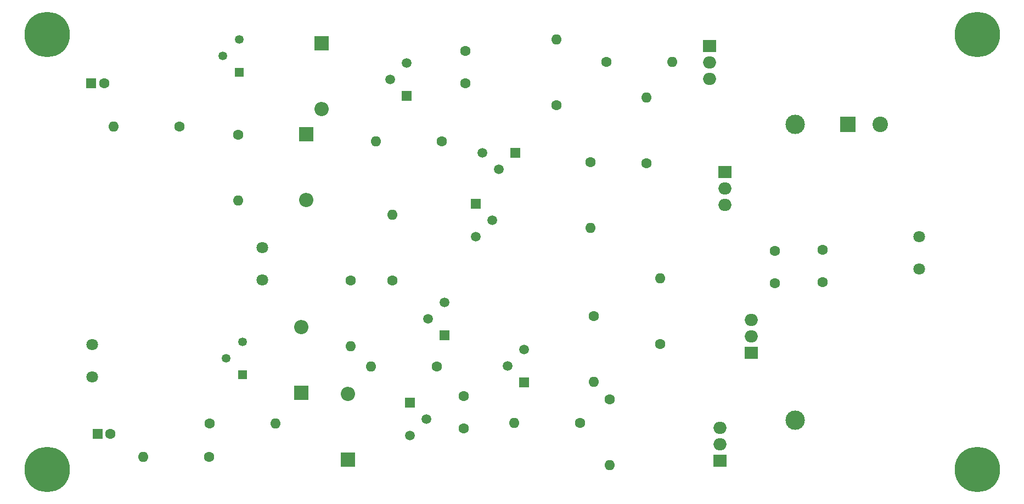
<source format=gbr>
%TF.GenerationSoftware,KiCad,Pcbnew,8.0.5*%
%TF.CreationDate,2024-09-17T20:01:56-07:00*%
%TF.ProjectId,Power_Amp_v1.0,506f7765-725f-4416-9d70-5f76312e302e,-*%
%TF.SameCoordinates,Original*%
%TF.FileFunction,Soldermask,Top*%
%TF.FilePolarity,Negative*%
%FSLAX46Y46*%
G04 Gerber Fmt 4.6, Leading zero omitted, Abs format (unit mm)*
G04 Created by KiCad (PCBNEW 8.0.5) date 2024-09-17 20:01:56*
%MOMM*%
%LPD*%
G01*
G04 APERTURE LIST*
%ADD10C,1.600000*%
%ADD11O,1.600000X1.600000*%
%ADD12C,3.000000*%
%ADD13C,7.000000*%
%ADD14C,1.803400*%
%ADD15R,1.600000X1.600000*%
%ADD16R,2.000000X1.905000*%
%ADD17O,2.000000X1.905000*%
%ADD18R,1.500000X1.500000*%
%ADD19C,1.500000*%
%ADD20R,2.200000X2.200000*%
%ADD21O,2.200000X2.200000*%
%ADD22R,1.346200X1.346200*%
%ADD23C,1.346200*%
%ADD24R,2.400000X2.400000*%
%ADD25C,2.400000*%
G04 APERTURE END LIST*
D10*
%TO.C,R8*%
X68120000Y-127265000D03*
D11*
X78280000Y-127265000D03*
%TD*%
D10*
%TO.C,R14*%
X103980000Y-83665000D03*
D11*
X93820000Y-83665000D03*
%TD*%
D12*
%TO.C,TP1*%
X158465800Y-126764800D03*
%TD*%
D10*
%TO.C,R12*%
X72542400Y-82651600D03*
D11*
X72542400Y-92811600D03*
%TD*%
D10*
%TO.C,C1*%
X155346400Y-100598001D03*
X155346400Y-105598001D03*
%TD*%
D13*
%TO.C,H1*%
X43053000Y-67183000D03*
%TD*%
%TO.C,H3*%
X43053000Y-134366000D03*
%TD*%
D10*
%TO.C,R15*%
X126900000Y-86865000D03*
D11*
X126900000Y-97025000D03*
%TD*%
D14*
%TO.C,J3*%
X76250800Y-105079800D03*
X76250800Y-100079800D03*
%TD*%
D13*
%TO.C,H4*%
X186563000Y-134366000D03*
%TD*%
%TO.C,H2*%
X186563000Y-67183000D03*
%TD*%
D10*
%TO.C,R3*%
X127400000Y-110685000D03*
D11*
X127400000Y-120845000D03*
%TD*%
D15*
%TO.C,C3*%
X50832000Y-128905000D03*
D10*
X52832000Y-128905000D03*
%TD*%
D16*
%TO.C,Q9*%
X151700000Y-116345000D03*
D17*
X151700000Y-113805000D03*
X151700000Y-111265000D03*
%TD*%
D10*
%TO.C,R2*%
X137668000Y-115036600D03*
D11*
X137668000Y-104876600D03*
%TD*%
D15*
%TO.C,C5*%
X49880800Y-74694800D03*
D10*
X51880800Y-74694800D03*
%TD*%
D18*
%TO.C,Q6*%
X98500000Y-76665000D03*
D19*
X95960000Y-74125000D03*
X98500000Y-71585000D03*
%TD*%
D20*
%TO.C,D3*%
X83000000Y-82555000D03*
D21*
X83000000Y-92715000D03*
%TD*%
D10*
%TO.C,C6*%
X107600000Y-69665000D03*
X107600000Y-74665000D03*
%TD*%
%TO.C,R10*%
X63480000Y-81365000D03*
D11*
X53320000Y-81365000D03*
%TD*%
D16*
%TO.C,Q5*%
X146862800Y-133045200D03*
D17*
X146862800Y-130505200D03*
X146862800Y-127965200D03*
%TD*%
D10*
%TO.C,C4*%
X107300000Y-123065000D03*
X107300000Y-128065000D03*
%TD*%
%TO.C,R6*%
X68080000Y-132465000D03*
D11*
X57920000Y-132465000D03*
%TD*%
D16*
%TO.C,Q10*%
X145237200Y-68935600D03*
D17*
X145237200Y-71475600D03*
X145237200Y-74015600D03*
%TD*%
D22*
%TO.C,RV1*%
X72669400Y-73025000D03*
D23*
X70129400Y-70485000D03*
X72669400Y-67945000D03*
%TD*%
D10*
%TO.C,C7*%
X162745600Y-100418201D03*
X162745600Y-105418201D03*
%TD*%
%TO.C,R16*%
X129320000Y-71365000D03*
D11*
X139480000Y-71365000D03*
%TD*%
D20*
%TO.C,D1*%
X82300000Y-122575000D03*
D21*
X82300000Y-112415000D03*
%TD*%
D10*
%TO.C,R9*%
X125280000Y-127165000D03*
D11*
X115120000Y-127165000D03*
%TD*%
D14*
%TO.C,J1*%
X177647599Y-98401500D03*
X177647599Y-103401500D03*
%TD*%
D18*
%TO.C,Q8*%
X115316000Y-85463000D03*
D19*
X112776000Y-88003000D03*
X110236000Y-85463000D03*
%TD*%
D10*
%TO.C,R18*%
X121600000Y-78045000D03*
D11*
X121600000Y-67885000D03*
%TD*%
D22*
%TO.C,RV2*%
X73177400Y-119761000D03*
D23*
X70637400Y-117221000D03*
X73177400Y-114681000D03*
%TD*%
D18*
%TO.C,Q1*%
X104402000Y-113665000D03*
D19*
X101862000Y-111125000D03*
X104402000Y-108585000D03*
%TD*%
D10*
%TO.C,R17*%
X135509000Y-87020400D03*
D11*
X135509000Y-76860400D03*
%TD*%
D12*
%TO.C,TP2*%
X158465800Y-81044800D03*
%TD*%
D10*
%TO.C,R1*%
X89885800Y-105174800D03*
D11*
X89885800Y-115334800D03*
%TD*%
D18*
%TO.C,Q7*%
X109220000Y-93345000D03*
D19*
X111760000Y-95885000D03*
X109220000Y-98425000D03*
%TD*%
D14*
%TO.C,J2*%
X50007800Y-120096400D03*
X50007800Y-115096400D03*
%TD*%
D20*
%TO.C,D4*%
X85400000Y-68555000D03*
D21*
X85400000Y-78715000D03*
%TD*%
D18*
%TO.C,Q3*%
X99000000Y-124065000D03*
D19*
X101540000Y-126605000D03*
X99000000Y-129145000D03*
%TD*%
D24*
%TO.C,C8*%
X166626041Y-81065000D03*
D25*
X171626041Y-81065000D03*
%TD*%
D18*
%TO.C,Q4*%
X116660000Y-120935000D03*
D19*
X114120000Y-118395000D03*
X116660000Y-115855000D03*
%TD*%
D10*
%TO.C,R13*%
X96291400Y-105156000D03*
D11*
X96291400Y-94996000D03*
%TD*%
D10*
%TO.C,R5*%
X129890800Y-123589800D03*
D11*
X129890800Y-133749800D03*
%TD*%
D10*
%TO.C,R4*%
X103220800Y-118509800D03*
D11*
X93060800Y-118509800D03*
%TD*%
D20*
%TO.C,D2*%
X89500000Y-132875000D03*
D21*
X89500000Y-122715000D03*
%TD*%
D16*
%TO.C,Q2*%
X147655000Y-88425000D03*
D17*
X147655000Y-90965000D03*
X147655000Y-93505000D03*
%TD*%
M02*

</source>
